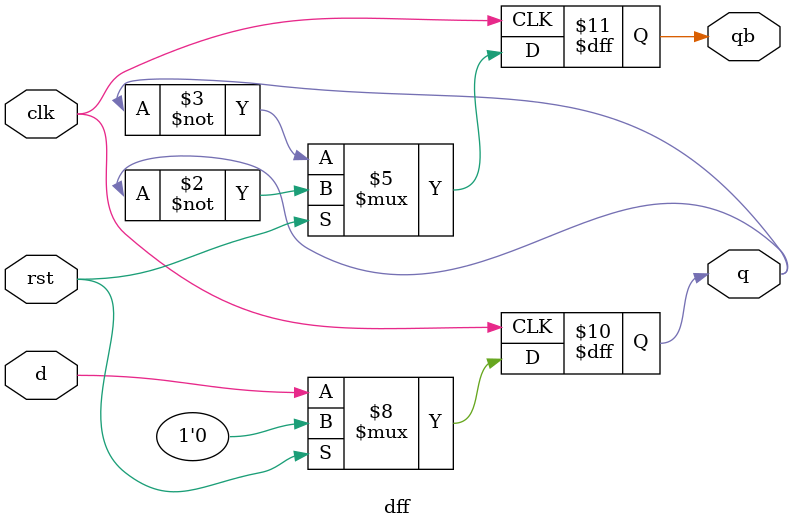
<source format=v>
`timescale 1ns / 1ps


module dff(d,clk,rst,q,qb);
input d,clk,rst;
output reg q,qb;
always @(posedge clk)
begin
if(rst)
begin
q<=0;
qb<=~q;
end
else
begin
q<=d;
qb<=~q;
end
end
endmodule

</source>
